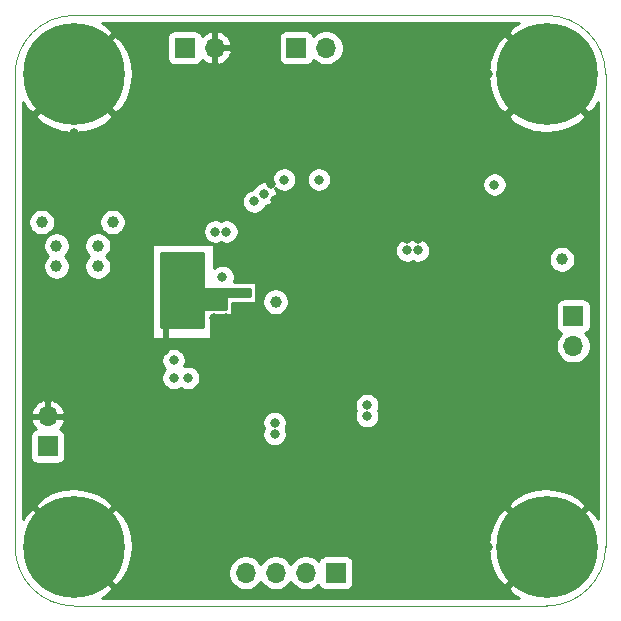
<source format=gbr>
%TF.GenerationSoftware,KiCad,Pcbnew,(5.1.7)-1*%
%TF.CreationDate,2020-10-04T21:35:04-05:00*%
%TF.ProjectId,STM32F4_Breakout,53544d33-3246-4345-9f42-7265616b6f75,rev?*%
%TF.SameCoordinates,Original*%
%TF.FileFunction,Copper,L2,Inr*%
%TF.FilePolarity,Positive*%
%FSLAX46Y46*%
G04 Gerber Fmt 4.6, Leading zero omitted, Abs format (unit mm)*
G04 Created by KiCad (PCBNEW (5.1.7)-1) date 2020-10-04 21:35:04*
%MOMM*%
%LPD*%
G01*
G04 APERTURE LIST*
%TA.AperFunction,Profile*%
%ADD10C,0.050000*%
%TD*%
%TA.AperFunction,ComponentPad*%
%ADD11C,0.900000*%
%TD*%
%TA.AperFunction,ComponentPad*%
%ADD12C,8.600000*%
%TD*%
%TA.AperFunction,ComponentPad*%
%ADD13O,1.700000X1.700000*%
%TD*%
%TA.AperFunction,ComponentPad*%
%ADD14R,1.700000X1.700000*%
%TD*%
%TA.AperFunction,ViaPad*%
%ADD15C,0.800000*%
%TD*%
%TA.AperFunction,ViaPad*%
%ADD16C,1.000000*%
%TD*%
%TA.AperFunction,Conductor*%
%ADD17C,0.500000*%
%TD*%
%TA.AperFunction,Conductor*%
%ADD18C,0.254000*%
%TD*%
%TA.AperFunction,Conductor*%
%ADD19C,0.350000*%
%TD*%
G04 APERTURE END LIST*
D10*
X70000000Y-65000000D02*
G75*
G02*
X65000000Y-70000000I-5000000J0D01*
G01*
X25000000Y-70000000D02*
G75*
G02*
X20000000Y-65000000I0J5000000D01*
G01*
X20000000Y-25000000D02*
G75*
G02*
X25000000Y-20000000I5000000J0D01*
G01*
X65000000Y-20000000D02*
G75*
G02*
X70000000Y-25000000I0J-5000000D01*
G01*
X20000000Y-65000000D02*
X20000000Y-25000000D01*
X65000000Y-70000000D02*
X25000000Y-70000000D01*
X70000000Y-25000000D02*
X70000000Y-65000000D01*
X25000000Y-20000000D02*
X65000000Y-20000000D01*
D11*
%TO.N,GND*%
%TO.C,H1*%
X27280419Y-22719581D03*
X25000000Y-21775000D03*
X22719581Y-22719581D03*
X21775000Y-25000000D03*
X22719581Y-27280419D03*
X25000000Y-28225000D03*
X27280419Y-27280419D03*
X28225000Y-25000000D03*
D12*
X25000000Y-25000000D03*
%TD*%
%TO.N,GND*%
%TO.C,H2*%
X65000000Y-25000000D03*
D11*
X68225000Y-25000000D03*
X67280419Y-27280419D03*
X65000000Y-28225000D03*
X62719581Y-27280419D03*
X61775000Y-25000000D03*
X62719581Y-22719581D03*
X65000000Y-21775000D03*
X67280419Y-22719581D03*
%TD*%
%TO.N,GND*%
%TO.C,H3*%
X67280419Y-62719581D03*
X65000000Y-61775000D03*
X62719581Y-62719581D03*
X61775000Y-65000000D03*
X62719581Y-67280419D03*
X65000000Y-68225000D03*
X67280419Y-67280419D03*
X68225000Y-65000000D03*
D12*
X65000000Y-65000000D03*
%TD*%
%TO.N,GND*%
%TO.C,H4*%
X25000000Y-65000000D03*
D11*
X28225000Y-65000000D03*
X27280419Y-67280419D03*
X25000000Y-68225000D03*
X22719581Y-67280419D03*
X21775000Y-65000000D03*
X22719581Y-62719581D03*
X25000000Y-61775000D03*
X27280419Y-62719581D03*
%TD*%
D13*
%TO.N,GND*%
%TO.C,J1*%
X22750000Y-53960000D03*
D14*
%TO.N,VCC*%
X22750000Y-56500000D03*
%TD*%
D13*
%TO.N,USART1_TX*%
%TO.C,J2*%
X67250000Y-47990000D03*
D14*
%TO.N,USART1_RX*%
X67250000Y-45450000D03*
%TD*%
%TO.N,+3V3*%
%TO.C,J3*%
X34350000Y-22750000D03*
D13*
%TO.N,GND*%
X36890000Y-22750000D03*
%TD*%
D14*
%TO.N,I2C1_SDA*%
%TO.C,J5*%
X43800000Y-22750000D03*
D13*
%TO.N,I2C1_SCL*%
X46340000Y-22750000D03*
%TD*%
D14*
%TO.N,SPI1_MOSI*%
%TO.C,J6*%
X47150000Y-67200000D03*
D13*
%TO.N,SPI1_MISO*%
X44610000Y-67200000D03*
%TO.N,SPI1_SCK*%
X42070000Y-67200000D03*
%TO.N,SPI1_CS*%
X39530000Y-67200000D03*
%TD*%
D15*
%TO.N,GND*%
X35600000Y-40600000D03*
X32800000Y-46000000D03*
D16*
X21500000Y-46250000D03*
X21500000Y-48250000D03*
X23250000Y-48250000D03*
X21500000Y-50250000D03*
X23250000Y-50250000D03*
D15*
X42000000Y-35600000D03*
X37900000Y-36700000D03*
X53200000Y-38900000D03*
X54100000Y-38900000D03*
X55400000Y-41300000D03*
X53400000Y-51800000D03*
X51800000Y-50900000D03*
X51800000Y-52000000D03*
X48200000Y-55400000D03*
X46700000Y-54400000D03*
X40000000Y-53500000D03*
X40000000Y-52400000D03*
X37875000Y-45600000D03*
X36850000Y-45600000D03*
D16*
X30000000Y-40650000D03*
X30000000Y-39425000D03*
D15*
X31750000Y-34100000D03*
X48200000Y-56325000D03*
X38475000Y-40225000D03*
X41700000Y-34250000D03*
X37900000Y-35700000D03*
X50000000Y-22500000D03*
X55000000Y-22500000D03*
X60000000Y-22500000D03*
X60000000Y-25000000D03*
X55000000Y-25000000D03*
X50000000Y-25000000D03*
X50000000Y-27500000D03*
X55000000Y-27500000D03*
X60000000Y-27500000D03*
X60000000Y-30000000D03*
X55000000Y-30000000D03*
X50000000Y-30000000D03*
X40000000Y-27500000D03*
X40000000Y-25000000D03*
X40000000Y-22500000D03*
X35000000Y-32500000D03*
X40000000Y-32500000D03*
X35000000Y-35000000D03*
X35000000Y-37500000D03*
X32500000Y-37500000D03*
X22500000Y-35000000D03*
X30000000Y-32500000D03*
X50000000Y-32500000D03*
X50000000Y-35000000D03*
X55000000Y-35000000D03*
X55000000Y-32500000D03*
X60000000Y-32500000D03*
X40000000Y-30000000D03*
X55000000Y-52500000D03*
X55000000Y-60000000D03*
X55000000Y-62500000D03*
X55000000Y-65000000D03*
X55000000Y-67500000D03*
X60000000Y-60000000D03*
X60000000Y-62500000D03*
X60000000Y-65000000D03*
X60000000Y-67500000D03*
X50000000Y-67500000D03*
X50000000Y-65000000D03*
X50000000Y-62500000D03*
X50000000Y-60000000D03*
X60000000Y-52500000D03*
X60000000Y-47500000D03*
X65000000Y-52500000D03*
X65000000Y-55000000D03*
X65000000Y-57500000D03*
X60000000Y-50000000D03*
X37500000Y-60000000D03*
X32500000Y-60000000D03*
X32500000Y-57500000D03*
X37500000Y-57500000D03*
X37500000Y-55000000D03*
X32500000Y-55000000D03*
X32500000Y-65000000D03*
X32500000Y-62500000D03*
X37500000Y-62500000D03*
X37500000Y-65000000D03*
X32500000Y-67500000D03*
X32500000Y-52500000D03*
X37500000Y-52500000D03*
X35000000Y-30000000D03*
X30000000Y-30000000D03*
X25000000Y-30000000D03*
X22500000Y-30000000D03*
D16*
%TO.N,+3V3*%
X27000000Y-39500000D03*
X23500000Y-39500000D03*
X27000000Y-41250000D03*
X23500000Y-41250000D03*
X22250000Y-37500000D03*
X28250000Y-37500000D03*
D15*
X41975000Y-54500000D03*
X40250000Y-35750000D03*
X41100000Y-35100000D03*
X37900000Y-38300000D03*
X41975000Y-55450000D03*
X49800000Y-53000000D03*
X49800000Y-53925000D03*
X33425000Y-49200000D03*
X33425000Y-50700000D03*
X34625000Y-50700000D03*
X42775000Y-33900000D03*
X45725000Y-33900000D03*
X53200000Y-39900000D03*
X54100000Y-39900000D03*
X36950000Y-38300000D03*
X37550000Y-42150000D03*
X60575000Y-34325000D03*
D16*
%TO.N,NRST*%
X42050000Y-44250000D03*
X66300000Y-40650000D03*
%TD*%
D17*
%TO.N,GND*%
X32800000Y-46000000D02*
X32800000Y-48500000D01*
%TD*%
D18*
%TO.N,GND*%
X35873000Y-43050000D02*
X35875440Y-43074776D01*
X35882667Y-43098601D01*
X35894403Y-43120557D01*
X35910197Y-43139803D01*
X35929443Y-43155597D01*
X35951399Y-43167333D01*
X35975224Y-43174560D01*
X36000000Y-43177000D01*
X37407842Y-43177000D01*
X37448061Y-43185000D01*
X37651939Y-43185000D01*
X37692158Y-43177000D01*
X39873000Y-43177000D01*
X39873000Y-43773000D01*
X38000000Y-43773000D01*
X37975224Y-43775440D01*
X37951399Y-43782667D01*
X37929443Y-43794403D01*
X37910197Y-43810197D01*
X37894403Y-43829443D01*
X37882667Y-43851399D01*
X37875440Y-43875224D01*
X37873000Y-43900000D01*
X37873000Y-44873000D01*
X36000000Y-44873000D01*
X35975224Y-44875440D01*
X35951399Y-44882667D01*
X35929443Y-44894403D01*
X35910197Y-44910197D01*
X35894403Y-44929443D01*
X35882667Y-44951399D01*
X35875440Y-44975224D01*
X35873000Y-45000000D01*
X35873000Y-46373000D01*
X32377000Y-46373000D01*
X32377000Y-40127000D01*
X35873000Y-40127000D01*
X35873000Y-43050000D01*
%TA.AperFunction,Conductor*%
D19*
G36*
X35873000Y-43050000D02*
G01*
X35875440Y-43074776D01*
X35882667Y-43098601D01*
X35894403Y-43120557D01*
X35910197Y-43139803D01*
X35929443Y-43155597D01*
X35951399Y-43167333D01*
X35975224Y-43174560D01*
X36000000Y-43177000D01*
X37407842Y-43177000D01*
X37448061Y-43185000D01*
X37651939Y-43185000D01*
X37692158Y-43177000D01*
X39873000Y-43177000D01*
X39873000Y-43773000D01*
X38000000Y-43773000D01*
X37975224Y-43775440D01*
X37951399Y-43782667D01*
X37929443Y-43794403D01*
X37910197Y-43810197D01*
X37894403Y-43829443D01*
X37882667Y-43851399D01*
X37875440Y-43875224D01*
X37873000Y-43900000D01*
X37873000Y-44873000D01*
X36000000Y-44873000D01*
X35975224Y-44875440D01*
X35951399Y-44882667D01*
X35929443Y-44894403D01*
X35910197Y-44910197D01*
X35894403Y-44929443D01*
X35882667Y-44951399D01*
X35875440Y-44975224D01*
X35873000Y-45000000D01*
X35873000Y-46373000D01*
X32377000Y-46373000D01*
X32377000Y-40127000D01*
X35873000Y-40127000D01*
X35873000Y-43050000D01*
G37*
%TD.AperFunction*%
%TD*%
D18*
%TO.N,GND*%
X62301560Y-20839606D02*
X62188946Y-20914851D01*
X61696787Y-21517182D01*
X65000000Y-24820395D01*
X65014143Y-24806253D01*
X65193748Y-24985858D01*
X65179605Y-25000000D01*
X68482818Y-28303213D01*
X69085149Y-27811054D01*
X69340000Y-27349534D01*
X69340001Y-62648909D01*
X69160394Y-62301560D01*
X69085149Y-62188946D01*
X68482818Y-61696787D01*
X65179605Y-65000000D01*
X65193748Y-65014143D01*
X65014143Y-65193748D01*
X65000000Y-65179605D01*
X61696787Y-68482818D01*
X62188946Y-69085149D01*
X62650466Y-69340000D01*
X27351093Y-69340000D01*
X27698440Y-69160394D01*
X27811054Y-69085149D01*
X28303213Y-68482818D01*
X25000000Y-65179605D01*
X24985858Y-65193748D01*
X24806253Y-65014143D01*
X24820395Y-65000000D01*
X25179605Y-65000000D01*
X28482818Y-68303213D01*
X29085149Y-67811054D01*
X29503336Y-67053740D01*
X38045000Y-67053740D01*
X38045000Y-67346260D01*
X38102068Y-67633158D01*
X38214010Y-67903411D01*
X38376525Y-68146632D01*
X38583368Y-68353475D01*
X38826589Y-68515990D01*
X39096842Y-68627932D01*
X39383740Y-68685000D01*
X39676260Y-68685000D01*
X39963158Y-68627932D01*
X40233411Y-68515990D01*
X40476632Y-68353475D01*
X40683475Y-68146632D01*
X40800000Y-67972240D01*
X40916525Y-68146632D01*
X41123368Y-68353475D01*
X41366589Y-68515990D01*
X41636842Y-68627932D01*
X41923740Y-68685000D01*
X42216260Y-68685000D01*
X42503158Y-68627932D01*
X42773411Y-68515990D01*
X43016632Y-68353475D01*
X43223475Y-68146632D01*
X43340000Y-67972240D01*
X43456525Y-68146632D01*
X43663368Y-68353475D01*
X43906589Y-68515990D01*
X44176842Y-68627932D01*
X44463740Y-68685000D01*
X44756260Y-68685000D01*
X45043158Y-68627932D01*
X45313411Y-68515990D01*
X45556632Y-68353475D01*
X45688487Y-68221620D01*
X45710498Y-68294180D01*
X45769463Y-68404494D01*
X45848815Y-68501185D01*
X45945506Y-68580537D01*
X46055820Y-68639502D01*
X46175518Y-68675812D01*
X46300000Y-68688072D01*
X48000000Y-68688072D01*
X48124482Y-68675812D01*
X48244180Y-68639502D01*
X48354494Y-68580537D01*
X48451185Y-68501185D01*
X48530537Y-68404494D01*
X48589502Y-68294180D01*
X48625812Y-68174482D01*
X48638072Y-68050000D01*
X48638072Y-66350000D01*
X48625812Y-66225518D01*
X48589502Y-66105820D01*
X48530537Y-65995506D01*
X48451185Y-65898815D01*
X48354494Y-65819463D01*
X48244180Y-65760498D01*
X48124482Y-65724188D01*
X48000000Y-65711928D01*
X46300000Y-65711928D01*
X46175518Y-65724188D01*
X46055820Y-65760498D01*
X45945506Y-65819463D01*
X45848815Y-65898815D01*
X45769463Y-65995506D01*
X45710498Y-66105820D01*
X45688487Y-66178380D01*
X45556632Y-66046525D01*
X45313411Y-65884010D01*
X45043158Y-65772068D01*
X44756260Y-65715000D01*
X44463740Y-65715000D01*
X44176842Y-65772068D01*
X43906589Y-65884010D01*
X43663368Y-66046525D01*
X43456525Y-66253368D01*
X43340000Y-66427760D01*
X43223475Y-66253368D01*
X43016632Y-66046525D01*
X42773411Y-65884010D01*
X42503158Y-65772068D01*
X42216260Y-65715000D01*
X41923740Y-65715000D01*
X41636842Y-65772068D01*
X41366589Y-65884010D01*
X41123368Y-66046525D01*
X40916525Y-66253368D01*
X40800000Y-66427760D01*
X40683475Y-66253368D01*
X40476632Y-66046525D01*
X40233411Y-65884010D01*
X39963158Y-65772068D01*
X39676260Y-65715000D01*
X39383740Y-65715000D01*
X39096842Y-65772068D01*
X38826589Y-65884010D01*
X38583368Y-66046525D01*
X38376525Y-66253368D01*
X38214010Y-66496589D01*
X38102068Y-66766842D01*
X38045000Y-67053740D01*
X29503336Y-67053740D01*
X29555063Y-66960067D01*
X29849929Y-66033757D01*
X29958414Y-65067719D01*
X29946940Y-64932281D01*
X60041586Y-64932281D01*
X60123649Y-65900921D01*
X60393107Y-66834938D01*
X60839606Y-67698440D01*
X60914851Y-67811054D01*
X61517182Y-68303213D01*
X64820395Y-65000000D01*
X61517182Y-61696787D01*
X60914851Y-62188946D01*
X60444937Y-63039933D01*
X60150071Y-63966243D01*
X60041586Y-64932281D01*
X29946940Y-64932281D01*
X29876351Y-64099079D01*
X29606893Y-63165062D01*
X29160394Y-62301560D01*
X29085149Y-62188946D01*
X28482818Y-61696787D01*
X25179605Y-65000000D01*
X24820395Y-65000000D01*
X21517182Y-61696787D01*
X20914851Y-62188946D01*
X20660000Y-62650466D01*
X20660000Y-61517182D01*
X21696787Y-61517182D01*
X25000000Y-64820395D01*
X28303213Y-61517182D01*
X61696787Y-61517182D01*
X65000000Y-64820395D01*
X68303213Y-61517182D01*
X67811054Y-60914851D01*
X66960067Y-60444937D01*
X66033757Y-60150071D01*
X65067719Y-60041586D01*
X64099079Y-60123649D01*
X63165062Y-60393107D01*
X62301560Y-60839606D01*
X62188946Y-60914851D01*
X61696787Y-61517182D01*
X28303213Y-61517182D01*
X27811054Y-60914851D01*
X26960067Y-60444937D01*
X26033757Y-60150071D01*
X25067719Y-60041586D01*
X24099079Y-60123649D01*
X23165062Y-60393107D01*
X22301560Y-60839606D01*
X22188946Y-60914851D01*
X21696787Y-61517182D01*
X20660000Y-61517182D01*
X20660000Y-55650000D01*
X21261928Y-55650000D01*
X21261928Y-57350000D01*
X21274188Y-57474482D01*
X21310498Y-57594180D01*
X21369463Y-57704494D01*
X21448815Y-57801185D01*
X21545506Y-57880537D01*
X21655820Y-57939502D01*
X21775518Y-57975812D01*
X21900000Y-57988072D01*
X23600000Y-57988072D01*
X23724482Y-57975812D01*
X23844180Y-57939502D01*
X23954494Y-57880537D01*
X24051185Y-57801185D01*
X24130537Y-57704494D01*
X24189502Y-57594180D01*
X24225812Y-57474482D01*
X24238072Y-57350000D01*
X24238072Y-55650000D01*
X24225812Y-55525518D01*
X24189502Y-55405820D01*
X24130537Y-55295506D01*
X24051185Y-55198815D01*
X23954494Y-55119463D01*
X23844180Y-55060498D01*
X23763534Y-55036034D01*
X23847588Y-54960269D01*
X24021641Y-54726920D01*
X24146825Y-54464099D01*
X24166855Y-54398061D01*
X40940000Y-54398061D01*
X40940000Y-54601939D01*
X40979774Y-54801898D01*
X41051476Y-54975000D01*
X40979774Y-55148102D01*
X40940000Y-55348061D01*
X40940000Y-55551939D01*
X40979774Y-55751898D01*
X41057795Y-55940256D01*
X41171063Y-56109774D01*
X41315226Y-56253937D01*
X41484744Y-56367205D01*
X41673102Y-56445226D01*
X41873061Y-56485000D01*
X42076939Y-56485000D01*
X42276898Y-56445226D01*
X42465256Y-56367205D01*
X42634774Y-56253937D01*
X42778937Y-56109774D01*
X42892205Y-55940256D01*
X42970226Y-55751898D01*
X43010000Y-55551939D01*
X43010000Y-55348061D01*
X42970226Y-55148102D01*
X42898524Y-54975000D01*
X42970226Y-54801898D01*
X43010000Y-54601939D01*
X43010000Y-54398061D01*
X42970226Y-54198102D01*
X42892205Y-54009744D01*
X42778937Y-53840226D01*
X42634774Y-53696063D01*
X42465256Y-53582795D01*
X42276898Y-53504774D01*
X42076939Y-53465000D01*
X41873061Y-53465000D01*
X41673102Y-53504774D01*
X41484744Y-53582795D01*
X41315226Y-53696063D01*
X41171063Y-53840226D01*
X41057795Y-54009744D01*
X40979774Y-54198102D01*
X40940000Y-54398061D01*
X24166855Y-54398061D01*
X24191476Y-54316890D01*
X24070155Y-54087000D01*
X22877000Y-54087000D01*
X22877000Y-54107000D01*
X22623000Y-54107000D01*
X22623000Y-54087000D01*
X21429845Y-54087000D01*
X21308524Y-54316890D01*
X21353175Y-54464099D01*
X21478359Y-54726920D01*
X21652412Y-54960269D01*
X21736466Y-55036034D01*
X21655820Y-55060498D01*
X21545506Y-55119463D01*
X21448815Y-55198815D01*
X21369463Y-55295506D01*
X21310498Y-55405820D01*
X21274188Y-55525518D01*
X21261928Y-55650000D01*
X20660000Y-55650000D01*
X20660000Y-53603110D01*
X21308524Y-53603110D01*
X21429845Y-53833000D01*
X22623000Y-53833000D01*
X22623000Y-52639186D01*
X22877000Y-52639186D01*
X22877000Y-53833000D01*
X24070155Y-53833000D01*
X24191476Y-53603110D01*
X24146825Y-53455901D01*
X24021641Y-53193080D01*
X23847588Y-52959731D01*
X23779171Y-52898061D01*
X48765000Y-52898061D01*
X48765000Y-53101939D01*
X48804774Y-53301898D01*
X48871298Y-53462500D01*
X48804774Y-53623102D01*
X48765000Y-53823061D01*
X48765000Y-54026939D01*
X48804774Y-54226898D01*
X48882795Y-54415256D01*
X48996063Y-54584774D01*
X49140226Y-54728937D01*
X49309744Y-54842205D01*
X49498102Y-54920226D01*
X49698061Y-54960000D01*
X49901939Y-54960000D01*
X50101898Y-54920226D01*
X50290256Y-54842205D01*
X50459774Y-54728937D01*
X50603937Y-54584774D01*
X50717205Y-54415256D01*
X50795226Y-54226898D01*
X50835000Y-54026939D01*
X50835000Y-53823061D01*
X50795226Y-53623102D01*
X50728702Y-53462500D01*
X50795226Y-53301898D01*
X50835000Y-53101939D01*
X50835000Y-52898061D01*
X50795226Y-52698102D01*
X50717205Y-52509744D01*
X50603937Y-52340226D01*
X50459774Y-52196063D01*
X50290256Y-52082795D01*
X50101898Y-52004774D01*
X49901939Y-51965000D01*
X49698061Y-51965000D01*
X49498102Y-52004774D01*
X49309744Y-52082795D01*
X49140226Y-52196063D01*
X48996063Y-52340226D01*
X48882795Y-52509744D01*
X48804774Y-52698102D01*
X48765000Y-52898061D01*
X23779171Y-52898061D01*
X23631355Y-52764822D01*
X23381252Y-52615843D01*
X23106891Y-52518519D01*
X22877000Y-52639186D01*
X22623000Y-52639186D01*
X22393109Y-52518519D01*
X22118748Y-52615843D01*
X21868645Y-52764822D01*
X21652412Y-52959731D01*
X21478359Y-53193080D01*
X21353175Y-53455901D01*
X21308524Y-53603110D01*
X20660000Y-53603110D01*
X20660000Y-49098061D01*
X32390000Y-49098061D01*
X32390000Y-49301939D01*
X32429774Y-49501898D01*
X32507795Y-49690256D01*
X32621063Y-49859774D01*
X32711289Y-49950000D01*
X32621063Y-50040226D01*
X32507795Y-50209744D01*
X32429774Y-50398102D01*
X32390000Y-50598061D01*
X32390000Y-50801939D01*
X32429774Y-51001898D01*
X32507795Y-51190256D01*
X32621063Y-51359774D01*
X32765226Y-51503937D01*
X32934744Y-51617205D01*
X33123102Y-51695226D01*
X33323061Y-51735000D01*
X33526939Y-51735000D01*
X33726898Y-51695226D01*
X33915256Y-51617205D01*
X34025000Y-51543877D01*
X34134744Y-51617205D01*
X34323102Y-51695226D01*
X34523061Y-51735000D01*
X34726939Y-51735000D01*
X34926898Y-51695226D01*
X35115256Y-51617205D01*
X35284774Y-51503937D01*
X35428937Y-51359774D01*
X35542205Y-51190256D01*
X35620226Y-51001898D01*
X35660000Y-50801939D01*
X35660000Y-50598061D01*
X35620226Y-50398102D01*
X35542205Y-50209744D01*
X35428937Y-50040226D01*
X35284774Y-49896063D01*
X35115256Y-49782795D01*
X34926898Y-49704774D01*
X34726939Y-49665000D01*
X34523061Y-49665000D01*
X34333946Y-49702617D01*
X34342205Y-49690256D01*
X34420226Y-49501898D01*
X34460000Y-49301939D01*
X34460000Y-49098061D01*
X34420226Y-48898102D01*
X34342205Y-48709744D01*
X34228937Y-48540226D01*
X34084774Y-48396063D01*
X33915256Y-48282795D01*
X33726898Y-48204774D01*
X33526939Y-48165000D01*
X33323061Y-48165000D01*
X33123102Y-48204774D01*
X32934744Y-48282795D01*
X32765226Y-48396063D01*
X32621063Y-48540226D01*
X32507795Y-48709744D01*
X32429774Y-48898102D01*
X32390000Y-49098061D01*
X20660000Y-49098061D01*
X20660000Y-39388212D01*
X22365000Y-39388212D01*
X22365000Y-39611788D01*
X22408617Y-39831067D01*
X22494176Y-40037624D01*
X22618388Y-40223520D01*
X22769868Y-40375000D01*
X22618388Y-40526480D01*
X22494176Y-40712376D01*
X22408617Y-40918933D01*
X22365000Y-41138212D01*
X22365000Y-41361788D01*
X22408617Y-41581067D01*
X22494176Y-41787624D01*
X22618388Y-41973520D01*
X22776480Y-42131612D01*
X22962376Y-42255824D01*
X23168933Y-42341383D01*
X23388212Y-42385000D01*
X23611788Y-42385000D01*
X23831067Y-42341383D01*
X24037624Y-42255824D01*
X24223520Y-42131612D01*
X24381612Y-41973520D01*
X24505824Y-41787624D01*
X24591383Y-41581067D01*
X24635000Y-41361788D01*
X24635000Y-41138212D01*
X24591383Y-40918933D01*
X24505824Y-40712376D01*
X24381612Y-40526480D01*
X24230132Y-40375000D01*
X24381612Y-40223520D01*
X24505824Y-40037624D01*
X24591383Y-39831067D01*
X24635000Y-39611788D01*
X24635000Y-39388212D01*
X25865000Y-39388212D01*
X25865000Y-39611788D01*
X25908617Y-39831067D01*
X25994176Y-40037624D01*
X26118388Y-40223520D01*
X26269868Y-40375000D01*
X26118388Y-40526480D01*
X25994176Y-40712376D01*
X25908617Y-40918933D01*
X25865000Y-41138212D01*
X25865000Y-41361788D01*
X25908617Y-41581067D01*
X25994176Y-41787624D01*
X26118388Y-41973520D01*
X26276480Y-42131612D01*
X26462376Y-42255824D01*
X26668933Y-42341383D01*
X26888212Y-42385000D01*
X27111788Y-42385000D01*
X27331067Y-42341383D01*
X27537624Y-42255824D01*
X27723520Y-42131612D01*
X27881612Y-41973520D01*
X28005824Y-41787624D01*
X28091383Y-41581067D01*
X28135000Y-41361788D01*
X28135000Y-41138212D01*
X28091383Y-40918933D01*
X28005824Y-40712376D01*
X27881612Y-40526480D01*
X27730132Y-40375000D01*
X27881612Y-40223520D01*
X28005824Y-40037624D01*
X28091383Y-39831067D01*
X28135000Y-39611788D01*
X28135000Y-39500000D01*
X31623000Y-39500000D01*
X31623000Y-47250000D01*
X31625440Y-47274776D01*
X31632667Y-47298601D01*
X31644403Y-47320557D01*
X31660197Y-47339803D01*
X31679443Y-47355597D01*
X31701399Y-47367333D01*
X31725224Y-47374560D01*
X31750000Y-47377000D01*
X36500000Y-47377000D01*
X36524776Y-47374560D01*
X36548601Y-47367333D01*
X36570557Y-47355597D01*
X36589803Y-47339803D01*
X36605597Y-47320557D01*
X36617333Y-47298601D01*
X36624560Y-47274776D01*
X36627000Y-47250000D01*
X36627000Y-45377000D01*
X38250000Y-45377000D01*
X38274776Y-45374560D01*
X38298601Y-45367333D01*
X38320557Y-45355597D01*
X38339803Y-45339803D01*
X38355597Y-45320557D01*
X38367333Y-45298601D01*
X38374560Y-45274776D01*
X38377000Y-45250000D01*
X38377000Y-44377000D01*
X40250000Y-44377000D01*
X40274776Y-44374560D01*
X40298601Y-44367333D01*
X40320557Y-44355597D01*
X40339803Y-44339803D01*
X40355597Y-44320557D01*
X40367333Y-44298601D01*
X40374560Y-44274776D01*
X40377000Y-44250000D01*
X40377000Y-44138212D01*
X40915000Y-44138212D01*
X40915000Y-44361788D01*
X40958617Y-44581067D01*
X41044176Y-44787624D01*
X41168388Y-44973520D01*
X41326480Y-45131612D01*
X41512376Y-45255824D01*
X41718933Y-45341383D01*
X41938212Y-45385000D01*
X42161788Y-45385000D01*
X42381067Y-45341383D01*
X42587624Y-45255824D01*
X42773520Y-45131612D01*
X42931612Y-44973520D01*
X43055824Y-44787624D01*
X43133540Y-44600000D01*
X65761928Y-44600000D01*
X65761928Y-46300000D01*
X65774188Y-46424482D01*
X65810498Y-46544180D01*
X65869463Y-46654494D01*
X65948815Y-46751185D01*
X66045506Y-46830537D01*
X66155820Y-46889502D01*
X66228380Y-46911513D01*
X66096525Y-47043368D01*
X65934010Y-47286589D01*
X65822068Y-47556842D01*
X65765000Y-47843740D01*
X65765000Y-48136260D01*
X65822068Y-48423158D01*
X65934010Y-48693411D01*
X66096525Y-48936632D01*
X66303368Y-49143475D01*
X66546589Y-49305990D01*
X66816842Y-49417932D01*
X67103740Y-49475000D01*
X67396260Y-49475000D01*
X67683158Y-49417932D01*
X67953411Y-49305990D01*
X68196632Y-49143475D01*
X68403475Y-48936632D01*
X68565990Y-48693411D01*
X68677932Y-48423158D01*
X68735000Y-48136260D01*
X68735000Y-47843740D01*
X68677932Y-47556842D01*
X68565990Y-47286589D01*
X68403475Y-47043368D01*
X68271620Y-46911513D01*
X68344180Y-46889502D01*
X68454494Y-46830537D01*
X68551185Y-46751185D01*
X68630537Y-46654494D01*
X68689502Y-46544180D01*
X68725812Y-46424482D01*
X68738072Y-46300000D01*
X68738072Y-44600000D01*
X68725812Y-44475518D01*
X68689502Y-44355820D01*
X68630537Y-44245506D01*
X68551185Y-44148815D01*
X68454494Y-44069463D01*
X68344180Y-44010498D01*
X68224482Y-43974188D01*
X68100000Y-43961928D01*
X66400000Y-43961928D01*
X66275518Y-43974188D01*
X66155820Y-44010498D01*
X66045506Y-44069463D01*
X65948815Y-44148815D01*
X65869463Y-44245506D01*
X65810498Y-44355820D01*
X65774188Y-44475518D01*
X65761928Y-44600000D01*
X43133540Y-44600000D01*
X43141383Y-44581067D01*
X43185000Y-44361788D01*
X43185000Y-44138212D01*
X43141383Y-43918933D01*
X43055824Y-43712376D01*
X42931612Y-43526480D01*
X42773520Y-43368388D01*
X42587624Y-43244176D01*
X42381067Y-43158617D01*
X42161788Y-43115000D01*
X41938212Y-43115000D01*
X41718933Y-43158617D01*
X41512376Y-43244176D01*
X41326480Y-43368388D01*
X41168388Y-43526480D01*
X41044176Y-43712376D01*
X40958617Y-43918933D01*
X40915000Y-44138212D01*
X40377000Y-44138212D01*
X40377000Y-42700000D01*
X40374560Y-42675224D01*
X40367333Y-42651399D01*
X40355597Y-42629443D01*
X40339803Y-42610197D01*
X40320557Y-42594403D01*
X40298601Y-42582667D01*
X40274776Y-42575440D01*
X40250000Y-42573000D01*
X38495064Y-42573000D01*
X38545226Y-42451898D01*
X38585000Y-42251939D01*
X38585000Y-42048061D01*
X38545226Y-41848102D01*
X38467205Y-41659744D01*
X38353937Y-41490226D01*
X38209774Y-41346063D01*
X38040256Y-41232795D01*
X37851898Y-41154774D01*
X37651939Y-41115000D01*
X37448061Y-41115000D01*
X37248102Y-41154774D01*
X37059744Y-41232795D01*
X36890226Y-41346063D01*
X36877000Y-41359289D01*
X36877000Y-39798061D01*
X52165000Y-39798061D01*
X52165000Y-40001939D01*
X52204774Y-40201898D01*
X52282795Y-40390256D01*
X52396063Y-40559774D01*
X52540226Y-40703937D01*
X52709744Y-40817205D01*
X52898102Y-40895226D01*
X53098061Y-40935000D01*
X53301939Y-40935000D01*
X53501898Y-40895226D01*
X53650000Y-40833880D01*
X53798102Y-40895226D01*
X53998061Y-40935000D01*
X54201939Y-40935000D01*
X54401898Y-40895226D01*
X54590256Y-40817205D01*
X54759774Y-40703937D01*
X54903937Y-40559774D01*
X54918344Y-40538212D01*
X65165000Y-40538212D01*
X65165000Y-40761788D01*
X65208617Y-40981067D01*
X65294176Y-41187624D01*
X65418388Y-41373520D01*
X65576480Y-41531612D01*
X65762376Y-41655824D01*
X65968933Y-41741383D01*
X66188212Y-41785000D01*
X66411788Y-41785000D01*
X66631067Y-41741383D01*
X66837624Y-41655824D01*
X67023520Y-41531612D01*
X67181612Y-41373520D01*
X67305824Y-41187624D01*
X67391383Y-40981067D01*
X67435000Y-40761788D01*
X67435000Y-40538212D01*
X67391383Y-40318933D01*
X67305824Y-40112376D01*
X67181612Y-39926480D01*
X67023520Y-39768388D01*
X66837624Y-39644176D01*
X66631067Y-39558617D01*
X66411788Y-39515000D01*
X66188212Y-39515000D01*
X65968933Y-39558617D01*
X65762376Y-39644176D01*
X65576480Y-39768388D01*
X65418388Y-39926480D01*
X65294176Y-40112376D01*
X65208617Y-40318933D01*
X65165000Y-40538212D01*
X54918344Y-40538212D01*
X55017205Y-40390256D01*
X55095226Y-40201898D01*
X55135000Y-40001939D01*
X55135000Y-39798061D01*
X55095226Y-39598102D01*
X55017205Y-39409744D01*
X54903937Y-39240226D01*
X54759774Y-39096063D01*
X54590256Y-38982795D01*
X54401898Y-38904774D01*
X54201939Y-38865000D01*
X53998061Y-38865000D01*
X53798102Y-38904774D01*
X53650000Y-38966120D01*
X53501898Y-38904774D01*
X53301939Y-38865000D01*
X53098061Y-38865000D01*
X52898102Y-38904774D01*
X52709744Y-38982795D01*
X52540226Y-39096063D01*
X52396063Y-39240226D01*
X52282795Y-39409744D01*
X52204774Y-39598102D01*
X52165000Y-39798061D01*
X36877000Y-39798061D01*
X36877000Y-39500000D01*
X36874560Y-39475224D01*
X36867333Y-39451399D01*
X36855597Y-39429443D01*
X36839803Y-39410197D01*
X36820557Y-39394403D01*
X36798601Y-39382667D01*
X36774776Y-39375440D01*
X36750000Y-39373000D01*
X31750000Y-39373000D01*
X31725224Y-39375440D01*
X31701399Y-39382667D01*
X31679443Y-39394403D01*
X31660197Y-39410197D01*
X31644403Y-39429443D01*
X31632667Y-39451399D01*
X31625440Y-39475224D01*
X31623000Y-39500000D01*
X28135000Y-39500000D01*
X28135000Y-39388212D01*
X28091383Y-39168933D01*
X28005824Y-38962376D01*
X27881612Y-38776480D01*
X27723520Y-38618388D01*
X27537624Y-38494176D01*
X27331067Y-38408617D01*
X27111788Y-38365000D01*
X26888212Y-38365000D01*
X26668933Y-38408617D01*
X26462376Y-38494176D01*
X26276480Y-38618388D01*
X26118388Y-38776480D01*
X25994176Y-38962376D01*
X25908617Y-39168933D01*
X25865000Y-39388212D01*
X24635000Y-39388212D01*
X24591383Y-39168933D01*
X24505824Y-38962376D01*
X24381612Y-38776480D01*
X24223520Y-38618388D01*
X24037624Y-38494176D01*
X23831067Y-38408617D01*
X23611788Y-38365000D01*
X23388212Y-38365000D01*
X23168933Y-38408617D01*
X22962376Y-38494176D01*
X22776480Y-38618388D01*
X22618388Y-38776480D01*
X22494176Y-38962376D01*
X22408617Y-39168933D01*
X22365000Y-39388212D01*
X20660000Y-39388212D01*
X20660000Y-37388212D01*
X21115000Y-37388212D01*
X21115000Y-37611788D01*
X21158617Y-37831067D01*
X21244176Y-38037624D01*
X21368388Y-38223520D01*
X21526480Y-38381612D01*
X21712376Y-38505824D01*
X21918933Y-38591383D01*
X22138212Y-38635000D01*
X22361788Y-38635000D01*
X22581067Y-38591383D01*
X22787624Y-38505824D01*
X22973520Y-38381612D01*
X23131612Y-38223520D01*
X23255824Y-38037624D01*
X23341383Y-37831067D01*
X23385000Y-37611788D01*
X23385000Y-37388212D01*
X27115000Y-37388212D01*
X27115000Y-37611788D01*
X27158617Y-37831067D01*
X27244176Y-38037624D01*
X27368388Y-38223520D01*
X27526480Y-38381612D01*
X27712376Y-38505824D01*
X27918933Y-38591383D01*
X28138212Y-38635000D01*
X28361788Y-38635000D01*
X28581067Y-38591383D01*
X28787624Y-38505824D01*
X28973520Y-38381612D01*
X29131612Y-38223520D01*
X29148623Y-38198061D01*
X35915000Y-38198061D01*
X35915000Y-38401939D01*
X35954774Y-38601898D01*
X36032795Y-38790256D01*
X36146063Y-38959774D01*
X36290226Y-39103937D01*
X36459744Y-39217205D01*
X36648102Y-39295226D01*
X36848061Y-39335000D01*
X37051939Y-39335000D01*
X37251898Y-39295226D01*
X37425000Y-39223524D01*
X37598102Y-39295226D01*
X37798061Y-39335000D01*
X38001939Y-39335000D01*
X38201898Y-39295226D01*
X38390256Y-39217205D01*
X38559774Y-39103937D01*
X38703937Y-38959774D01*
X38817205Y-38790256D01*
X38895226Y-38601898D01*
X38935000Y-38401939D01*
X38935000Y-38198061D01*
X38895226Y-37998102D01*
X38817205Y-37809744D01*
X38703937Y-37640226D01*
X38559774Y-37496063D01*
X38390256Y-37382795D01*
X38201898Y-37304774D01*
X38001939Y-37265000D01*
X37798061Y-37265000D01*
X37598102Y-37304774D01*
X37425000Y-37376476D01*
X37251898Y-37304774D01*
X37051939Y-37265000D01*
X36848061Y-37265000D01*
X36648102Y-37304774D01*
X36459744Y-37382795D01*
X36290226Y-37496063D01*
X36146063Y-37640226D01*
X36032795Y-37809744D01*
X35954774Y-37998102D01*
X35915000Y-38198061D01*
X29148623Y-38198061D01*
X29255824Y-38037624D01*
X29341383Y-37831067D01*
X29385000Y-37611788D01*
X29385000Y-37388212D01*
X29341383Y-37168933D01*
X29255824Y-36962376D01*
X29131612Y-36776480D01*
X28973520Y-36618388D01*
X28787624Y-36494176D01*
X28581067Y-36408617D01*
X28361788Y-36365000D01*
X28138212Y-36365000D01*
X27918933Y-36408617D01*
X27712376Y-36494176D01*
X27526480Y-36618388D01*
X27368388Y-36776480D01*
X27244176Y-36962376D01*
X27158617Y-37168933D01*
X27115000Y-37388212D01*
X23385000Y-37388212D01*
X23341383Y-37168933D01*
X23255824Y-36962376D01*
X23131612Y-36776480D01*
X22973520Y-36618388D01*
X22787624Y-36494176D01*
X22581067Y-36408617D01*
X22361788Y-36365000D01*
X22138212Y-36365000D01*
X21918933Y-36408617D01*
X21712376Y-36494176D01*
X21526480Y-36618388D01*
X21368388Y-36776480D01*
X21244176Y-36962376D01*
X21158617Y-37168933D01*
X21115000Y-37388212D01*
X20660000Y-37388212D01*
X20660000Y-35648061D01*
X39215000Y-35648061D01*
X39215000Y-35851939D01*
X39254774Y-36051898D01*
X39332795Y-36240256D01*
X39446063Y-36409774D01*
X39590226Y-36553937D01*
X39759744Y-36667205D01*
X39948102Y-36745226D01*
X40148061Y-36785000D01*
X40351939Y-36785000D01*
X40551898Y-36745226D01*
X40740256Y-36667205D01*
X40909774Y-36553937D01*
X41053937Y-36409774D01*
X41167205Y-36240256D01*
X41211600Y-36133078D01*
X41401898Y-36095226D01*
X41590256Y-36017205D01*
X41759774Y-35903937D01*
X41903937Y-35759774D01*
X42017205Y-35590256D01*
X42095226Y-35401898D01*
X42135000Y-35201939D01*
X42135000Y-34998061D01*
X42095226Y-34798102D01*
X42017205Y-34609744D01*
X42009497Y-34598208D01*
X42115226Y-34703937D01*
X42284744Y-34817205D01*
X42473102Y-34895226D01*
X42673061Y-34935000D01*
X42876939Y-34935000D01*
X43076898Y-34895226D01*
X43265256Y-34817205D01*
X43434774Y-34703937D01*
X43578937Y-34559774D01*
X43692205Y-34390256D01*
X43770226Y-34201898D01*
X43810000Y-34001939D01*
X43810000Y-33798061D01*
X44690000Y-33798061D01*
X44690000Y-34001939D01*
X44729774Y-34201898D01*
X44807795Y-34390256D01*
X44921063Y-34559774D01*
X45065226Y-34703937D01*
X45234744Y-34817205D01*
X45423102Y-34895226D01*
X45623061Y-34935000D01*
X45826939Y-34935000D01*
X46026898Y-34895226D01*
X46215256Y-34817205D01*
X46384774Y-34703937D01*
X46528937Y-34559774D01*
X46642205Y-34390256D01*
X46711459Y-34223061D01*
X59540000Y-34223061D01*
X59540000Y-34426939D01*
X59579774Y-34626898D01*
X59657795Y-34815256D01*
X59771063Y-34984774D01*
X59915226Y-35128937D01*
X60084744Y-35242205D01*
X60273102Y-35320226D01*
X60473061Y-35360000D01*
X60676939Y-35360000D01*
X60876898Y-35320226D01*
X61065256Y-35242205D01*
X61234774Y-35128937D01*
X61378937Y-34984774D01*
X61492205Y-34815256D01*
X61570226Y-34626898D01*
X61610000Y-34426939D01*
X61610000Y-34223061D01*
X61570226Y-34023102D01*
X61492205Y-33834744D01*
X61378937Y-33665226D01*
X61234774Y-33521063D01*
X61065256Y-33407795D01*
X60876898Y-33329774D01*
X60676939Y-33290000D01*
X60473061Y-33290000D01*
X60273102Y-33329774D01*
X60084744Y-33407795D01*
X59915226Y-33521063D01*
X59771063Y-33665226D01*
X59657795Y-33834744D01*
X59579774Y-34023102D01*
X59540000Y-34223061D01*
X46711459Y-34223061D01*
X46720226Y-34201898D01*
X46760000Y-34001939D01*
X46760000Y-33798061D01*
X46720226Y-33598102D01*
X46642205Y-33409744D01*
X46528937Y-33240226D01*
X46384774Y-33096063D01*
X46215256Y-32982795D01*
X46026898Y-32904774D01*
X45826939Y-32865000D01*
X45623061Y-32865000D01*
X45423102Y-32904774D01*
X45234744Y-32982795D01*
X45065226Y-33096063D01*
X44921063Y-33240226D01*
X44807795Y-33409744D01*
X44729774Y-33598102D01*
X44690000Y-33798061D01*
X43810000Y-33798061D01*
X43770226Y-33598102D01*
X43692205Y-33409744D01*
X43578937Y-33240226D01*
X43434774Y-33096063D01*
X43265256Y-32982795D01*
X43076898Y-32904774D01*
X42876939Y-32865000D01*
X42673061Y-32865000D01*
X42473102Y-32904774D01*
X42284744Y-32982795D01*
X42115226Y-33096063D01*
X41971063Y-33240226D01*
X41857795Y-33409744D01*
X41779774Y-33598102D01*
X41740000Y-33798061D01*
X41740000Y-34001939D01*
X41779774Y-34201898D01*
X41857795Y-34390256D01*
X41865503Y-34401792D01*
X41759774Y-34296063D01*
X41590256Y-34182795D01*
X41401898Y-34104774D01*
X41201939Y-34065000D01*
X40998061Y-34065000D01*
X40798102Y-34104774D01*
X40609744Y-34182795D01*
X40440226Y-34296063D01*
X40296063Y-34440226D01*
X40182795Y-34609744D01*
X40138400Y-34716922D01*
X39948102Y-34754774D01*
X39759744Y-34832795D01*
X39590226Y-34946063D01*
X39446063Y-35090226D01*
X39332795Y-35259744D01*
X39254774Y-35448102D01*
X39215000Y-35648061D01*
X20660000Y-35648061D01*
X20660000Y-28482818D01*
X21696787Y-28482818D01*
X22188946Y-29085149D01*
X23039933Y-29555063D01*
X23966243Y-29849929D01*
X24932281Y-29958414D01*
X25900921Y-29876351D01*
X26834938Y-29606893D01*
X27698440Y-29160394D01*
X27811054Y-29085149D01*
X28303213Y-28482818D01*
X61696787Y-28482818D01*
X62188946Y-29085149D01*
X63039933Y-29555063D01*
X63966243Y-29849929D01*
X64932281Y-29958414D01*
X65900921Y-29876351D01*
X66834938Y-29606893D01*
X67698440Y-29160394D01*
X67811054Y-29085149D01*
X68303213Y-28482818D01*
X65000000Y-25179605D01*
X61696787Y-28482818D01*
X28303213Y-28482818D01*
X25000000Y-25179605D01*
X21696787Y-28482818D01*
X20660000Y-28482818D01*
X20660000Y-27351093D01*
X20839606Y-27698440D01*
X20914851Y-27811054D01*
X21517182Y-28303213D01*
X24820395Y-25000000D01*
X25179605Y-25000000D01*
X28482818Y-28303213D01*
X29085149Y-27811054D01*
X29555063Y-26960067D01*
X29849929Y-26033757D01*
X29958414Y-25067719D01*
X29946940Y-24932281D01*
X60041586Y-24932281D01*
X60123649Y-25900921D01*
X60393107Y-26834938D01*
X60839606Y-27698440D01*
X60914851Y-27811054D01*
X61517182Y-28303213D01*
X64820395Y-25000000D01*
X61517182Y-21696787D01*
X60914851Y-22188946D01*
X60444937Y-23039933D01*
X60150071Y-23966243D01*
X60041586Y-24932281D01*
X29946940Y-24932281D01*
X29876351Y-24099079D01*
X29606893Y-23165062D01*
X29160394Y-22301560D01*
X29085149Y-22188946D01*
X28731522Y-21900000D01*
X32861928Y-21900000D01*
X32861928Y-23600000D01*
X32874188Y-23724482D01*
X32910498Y-23844180D01*
X32969463Y-23954494D01*
X33048815Y-24051185D01*
X33145506Y-24130537D01*
X33255820Y-24189502D01*
X33375518Y-24225812D01*
X33500000Y-24238072D01*
X35200000Y-24238072D01*
X35324482Y-24225812D01*
X35444180Y-24189502D01*
X35554494Y-24130537D01*
X35651185Y-24051185D01*
X35730537Y-23954494D01*
X35789502Y-23844180D01*
X35813966Y-23763534D01*
X35889731Y-23847588D01*
X36123080Y-24021641D01*
X36385901Y-24146825D01*
X36533110Y-24191476D01*
X36763000Y-24070155D01*
X36763000Y-22877000D01*
X37017000Y-22877000D01*
X37017000Y-24070155D01*
X37246890Y-24191476D01*
X37394099Y-24146825D01*
X37656920Y-24021641D01*
X37890269Y-23847588D01*
X38085178Y-23631355D01*
X38234157Y-23381252D01*
X38331481Y-23106891D01*
X38210814Y-22877000D01*
X37017000Y-22877000D01*
X36763000Y-22877000D01*
X36743000Y-22877000D01*
X36743000Y-22623000D01*
X36763000Y-22623000D01*
X36763000Y-21429845D01*
X37017000Y-21429845D01*
X37017000Y-22623000D01*
X38210814Y-22623000D01*
X38331481Y-22393109D01*
X38234157Y-22118748D01*
X38103856Y-21900000D01*
X42311928Y-21900000D01*
X42311928Y-23600000D01*
X42324188Y-23724482D01*
X42360498Y-23844180D01*
X42419463Y-23954494D01*
X42498815Y-24051185D01*
X42595506Y-24130537D01*
X42705820Y-24189502D01*
X42825518Y-24225812D01*
X42950000Y-24238072D01*
X44650000Y-24238072D01*
X44774482Y-24225812D01*
X44894180Y-24189502D01*
X45004494Y-24130537D01*
X45101185Y-24051185D01*
X45180537Y-23954494D01*
X45239502Y-23844180D01*
X45261513Y-23771620D01*
X45393368Y-23903475D01*
X45636589Y-24065990D01*
X45906842Y-24177932D01*
X46193740Y-24235000D01*
X46486260Y-24235000D01*
X46773158Y-24177932D01*
X47043411Y-24065990D01*
X47286632Y-23903475D01*
X47493475Y-23696632D01*
X47655990Y-23453411D01*
X47767932Y-23183158D01*
X47825000Y-22896260D01*
X47825000Y-22603740D01*
X47767932Y-22316842D01*
X47655990Y-22046589D01*
X47493475Y-21803368D01*
X47286632Y-21596525D01*
X47043411Y-21434010D01*
X46773158Y-21322068D01*
X46486260Y-21265000D01*
X46193740Y-21265000D01*
X45906842Y-21322068D01*
X45636589Y-21434010D01*
X45393368Y-21596525D01*
X45261513Y-21728380D01*
X45239502Y-21655820D01*
X45180537Y-21545506D01*
X45101185Y-21448815D01*
X45004494Y-21369463D01*
X44894180Y-21310498D01*
X44774482Y-21274188D01*
X44650000Y-21261928D01*
X42950000Y-21261928D01*
X42825518Y-21274188D01*
X42705820Y-21310498D01*
X42595506Y-21369463D01*
X42498815Y-21448815D01*
X42419463Y-21545506D01*
X42360498Y-21655820D01*
X42324188Y-21775518D01*
X42311928Y-21900000D01*
X38103856Y-21900000D01*
X38085178Y-21868645D01*
X37890269Y-21652412D01*
X37656920Y-21478359D01*
X37394099Y-21353175D01*
X37246890Y-21308524D01*
X37017000Y-21429845D01*
X36763000Y-21429845D01*
X36533110Y-21308524D01*
X36385901Y-21353175D01*
X36123080Y-21478359D01*
X35889731Y-21652412D01*
X35813966Y-21736466D01*
X35789502Y-21655820D01*
X35730537Y-21545506D01*
X35651185Y-21448815D01*
X35554494Y-21369463D01*
X35444180Y-21310498D01*
X35324482Y-21274188D01*
X35200000Y-21261928D01*
X33500000Y-21261928D01*
X33375518Y-21274188D01*
X33255820Y-21310498D01*
X33145506Y-21369463D01*
X33048815Y-21448815D01*
X32969463Y-21545506D01*
X32910498Y-21655820D01*
X32874188Y-21775518D01*
X32861928Y-21900000D01*
X28731522Y-21900000D01*
X28482818Y-21696787D01*
X25179605Y-25000000D01*
X24820395Y-25000000D01*
X24806253Y-24985858D01*
X24985858Y-24806253D01*
X25000000Y-24820395D01*
X28303213Y-21517182D01*
X27811054Y-20914851D01*
X27349534Y-20660000D01*
X62648907Y-20660000D01*
X62301560Y-20839606D01*
%TA.AperFunction,Conductor*%
D19*
G36*
X62301560Y-20839606D02*
G01*
X62188946Y-20914851D01*
X61696787Y-21517182D01*
X65000000Y-24820395D01*
X65014143Y-24806253D01*
X65193748Y-24985858D01*
X65179605Y-25000000D01*
X68482818Y-28303213D01*
X69085149Y-27811054D01*
X69340000Y-27349534D01*
X69340001Y-62648909D01*
X69160394Y-62301560D01*
X69085149Y-62188946D01*
X68482818Y-61696787D01*
X65179605Y-65000000D01*
X65193748Y-65014143D01*
X65014143Y-65193748D01*
X65000000Y-65179605D01*
X61696787Y-68482818D01*
X62188946Y-69085149D01*
X62650466Y-69340000D01*
X27351093Y-69340000D01*
X27698440Y-69160394D01*
X27811054Y-69085149D01*
X28303213Y-68482818D01*
X25000000Y-65179605D01*
X24985858Y-65193748D01*
X24806253Y-65014143D01*
X24820395Y-65000000D01*
X25179605Y-65000000D01*
X28482818Y-68303213D01*
X29085149Y-67811054D01*
X29503336Y-67053740D01*
X38045000Y-67053740D01*
X38045000Y-67346260D01*
X38102068Y-67633158D01*
X38214010Y-67903411D01*
X38376525Y-68146632D01*
X38583368Y-68353475D01*
X38826589Y-68515990D01*
X39096842Y-68627932D01*
X39383740Y-68685000D01*
X39676260Y-68685000D01*
X39963158Y-68627932D01*
X40233411Y-68515990D01*
X40476632Y-68353475D01*
X40683475Y-68146632D01*
X40800000Y-67972240D01*
X40916525Y-68146632D01*
X41123368Y-68353475D01*
X41366589Y-68515990D01*
X41636842Y-68627932D01*
X41923740Y-68685000D01*
X42216260Y-68685000D01*
X42503158Y-68627932D01*
X42773411Y-68515990D01*
X43016632Y-68353475D01*
X43223475Y-68146632D01*
X43340000Y-67972240D01*
X43456525Y-68146632D01*
X43663368Y-68353475D01*
X43906589Y-68515990D01*
X44176842Y-68627932D01*
X44463740Y-68685000D01*
X44756260Y-68685000D01*
X45043158Y-68627932D01*
X45313411Y-68515990D01*
X45556632Y-68353475D01*
X45688487Y-68221620D01*
X45710498Y-68294180D01*
X45769463Y-68404494D01*
X45848815Y-68501185D01*
X45945506Y-68580537D01*
X46055820Y-68639502D01*
X46175518Y-68675812D01*
X46300000Y-68688072D01*
X48000000Y-68688072D01*
X48124482Y-68675812D01*
X48244180Y-68639502D01*
X48354494Y-68580537D01*
X48451185Y-68501185D01*
X48530537Y-68404494D01*
X48589502Y-68294180D01*
X48625812Y-68174482D01*
X48638072Y-68050000D01*
X48638072Y-66350000D01*
X48625812Y-66225518D01*
X48589502Y-66105820D01*
X48530537Y-65995506D01*
X48451185Y-65898815D01*
X48354494Y-65819463D01*
X48244180Y-65760498D01*
X48124482Y-65724188D01*
X48000000Y-65711928D01*
X46300000Y-65711928D01*
X46175518Y-65724188D01*
X46055820Y-65760498D01*
X45945506Y-65819463D01*
X45848815Y-65898815D01*
X45769463Y-65995506D01*
X45710498Y-66105820D01*
X45688487Y-66178380D01*
X45556632Y-66046525D01*
X45313411Y-65884010D01*
X45043158Y-65772068D01*
X44756260Y-65715000D01*
X44463740Y-65715000D01*
X44176842Y-65772068D01*
X43906589Y-65884010D01*
X43663368Y-66046525D01*
X43456525Y-66253368D01*
X43340000Y-66427760D01*
X43223475Y-66253368D01*
X43016632Y-66046525D01*
X42773411Y-65884010D01*
X42503158Y-65772068D01*
X42216260Y-65715000D01*
X41923740Y-65715000D01*
X41636842Y-65772068D01*
X41366589Y-65884010D01*
X41123368Y-66046525D01*
X40916525Y-66253368D01*
X40800000Y-66427760D01*
X40683475Y-66253368D01*
X40476632Y-66046525D01*
X40233411Y-65884010D01*
X39963158Y-65772068D01*
X39676260Y-65715000D01*
X39383740Y-65715000D01*
X39096842Y-65772068D01*
X38826589Y-65884010D01*
X38583368Y-66046525D01*
X38376525Y-66253368D01*
X38214010Y-66496589D01*
X38102068Y-66766842D01*
X38045000Y-67053740D01*
X29503336Y-67053740D01*
X29555063Y-66960067D01*
X29849929Y-66033757D01*
X29958414Y-65067719D01*
X29946940Y-64932281D01*
X60041586Y-64932281D01*
X60123649Y-65900921D01*
X60393107Y-66834938D01*
X60839606Y-67698440D01*
X60914851Y-67811054D01*
X61517182Y-68303213D01*
X64820395Y-65000000D01*
X61517182Y-61696787D01*
X60914851Y-62188946D01*
X60444937Y-63039933D01*
X60150071Y-63966243D01*
X60041586Y-64932281D01*
X29946940Y-64932281D01*
X29876351Y-64099079D01*
X29606893Y-63165062D01*
X29160394Y-62301560D01*
X29085149Y-62188946D01*
X28482818Y-61696787D01*
X25179605Y-65000000D01*
X24820395Y-65000000D01*
X21517182Y-61696787D01*
X20914851Y-62188946D01*
X20660000Y-62650466D01*
X20660000Y-61517182D01*
X21696787Y-61517182D01*
X25000000Y-64820395D01*
X28303213Y-61517182D01*
X61696787Y-61517182D01*
X65000000Y-64820395D01*
X68303213Y-61517182D01*
X67811054Y-60914851D01*
X66960067Y-60444937D01*
X66033757Y-60150071D01*
X65067719Y-60041586D01*
X64099079Y-60123649D01*
X63165062Y-60393107D01*
X62301560Y-60839606D01*
X62188946Y-60914851D01*
X61696787Y-61517182D01*
X28303213Y-61517182D01*
X27811054Y-60914851D01*
X26960067Y-60444937D01*
X26033757Y-60150071D01*
X25067719Y-60041586D01*
X24099079Y-60123649D01*
X23165062Y-60393107D01*
X22301560Y-60839606D01*
X22188946Y-60914851D01*
X21696787Y-61517182D01*
X20660000Y-61517182D01*
X20660000Y-55650000D01*
X21261928Y-55650000D01*
X21261928Y-57350000D01*
X21274188Y-57474482D01*
X21310498Y-57594180D01*
X21369463Y-57704494D01*
X21448815Y-57801185D01*
X21545506Y-57880537D01*
X21655820Y-57939502D01*
X21775518Y-57975812D01*
X21900000Y-57988072D01*
X23600000Y-57988072D01*
X23724482Y-57975812D01*
X23844180Y-57939502D01*
X23954494Y-57880537D01*
X24051185Y-57801185D01*
X24130537Y-57704494D01*
X24189502Y-57594180D01*
X24225812Y-57474482D01*
X24238072Y-57350000D01*
X24238072Y-55650000D01*
X24225812Y-55525518D01*
X24189502Y-55405820D01*
X24130537Y-55295506D01*
X24051185Y-55198815D01*
X23954494Y-55119463D01*
X23844180Y-55060498D01*
X23763534Y-55036034D01*
X23847588Y-54960269D01*
X24021641Y-54726920D01*
X24146825Y-54464099D01*
X24166855Y-54398061D01*
X40940000Y-54398061D01*
X40940000Y-54601939D01*
X40979774Y-54801898D01*
X41051476Y-54975000D01*
X40979774Y-55148102D01*
X40940000Y-55348061D01*
X40940000Y-55551939D01*
X40979774Y-55751898D01*
X41057795Y-55940256D01*
X41171063Y-56109774D01*
X41315226Y-56253937D01*
X41484744Y-56367205D01*
X41673102Y-56445226D01*
X41873061Y-56485000D01*
X42076939Y-56485000D01*
X42276898Y-56445226D01*
X42465256Y-56367205D01*
X42634774Y-56253937D01*
X42778937Y-56109774D01*
X42892205Y-55940256D01*
X42970226Y-55751898D01*
X43010000Y-55551939D01*
X43010000Y-55348061D01*
X42970226Y-55148102D01*
X42898524Y-54975000D01*
X42970226Y-54801898D01*
X43010000Y-54601939D01*
X43010000Y-54398061D01*
X42970226Y-54198102D01*
X42892205Y-54009744D01*
X42778937Y-53840226D01*
X42634774Y-53696063D01*
X42465256Y-53582795D01*
X42276898Y-53504774D01*
X42076939Y-53465000D01*
X41873061Y-53465000D01*
X41673102Y-53504774D01*
X41484744Y-53582795D01*
X41315226Y-53696063D01*
X41171063Y-53840226D01*
X41057795Y-54009744D01*
X40979774Y-54198102D01*
X40940000Y-54398061D01*
X24166855Y-54398061D01*
X24191476Y-54316890D01*
X24070155Y-54087000D01*
X22877000Y-54087000D01*
X22877000Y-54107000D01*
X22623000Y-54107000D01*
X22623000Y-54087000D01*
X21429845Y-54087000D01*
X21308524Y-54316890D01*
X21353175Y-54464099D01*
X21478359Y-54726920D01*
X21652412Y-54960269D01*
X21736466Y-55036034D01*
X21655820Y-55060498D01*
X21545506Y-55119463D01*
X21448815Y-55198815D01*
X21369463Y-55295506D01*
X21310498Y-55405820D01*
X21274188Y-55525518D01*
X21261928Y-55650000D01*
X20660000Y-55650000D01*
X20660000Y-53603110D01*
X21308524Y-53603110D01*
X21429845Y-53833000D01*
X22623000Y-53833000D01*
X22623000Y-52639186D01*
X22877000Y-52639186D01*
X22877000Y-53833000D01*
X24070155Y-53833000D01*
X24191476Y-53603110D01*
X24146825Y-53455901D01*
X24021641Y-53193080D01*
X23847588Y-52959731D01*
X23779171Y-52898061D01*
X48765000Y-52898061D01*
X48765000Y-53101939D01*
X48804774Y-53301898D01*
X48871298Y-53462500D01*
X48804774Y-53623102D01*
X48765000Y-53823061D01*
X48765000Y-54026939D01*
X48804774Y-54226898D01*
X48882795Y-54415256D01*
X48996063Y-54584774D01*
X49140226Y-54728937D01*
X49309744Y-54842205D01*
X49498102Y-54920226D01*
X49698061Y-54960000D01*
X49901939Y-54960000D01*
X50101898Y-54920226D01*
X50290256Y-54842205D01*
X50459774Y-54728937D01*
X50603937Y-54584774D01*
X50717205Y-54415256D01*
X50795226Y-54226898D01*
X50835000Y-54026939D01*
X50835000Y-53823061D01*
X50795226Y-53623102D01*
X50728702Y-53462500D01*
X50795226Y-53301898D01*
X50835000Y-53101939D01*
X50835000Y-52898061D01*
X50795226Y-52698102D01*
X50717205Y-52509744D01*
X50603937Y-52340226D01*
X50459774Y-52196063D01*
X50290256Y-52082795D01*
X50101898Y-52004774D01*
X49901939Y-51965000D01*
X49698061Y-51965000D01*
X49498102Y-52004774D01*
X49309744Y-52082795D01*
X49140226Y-52196063D01*
X48996063Y-52340226D01*
X48882795Y-52509744D01*
X48804774Y-52698102D01*
X48765000Y-52898061D01*
X23779171Y-52898061D01*
X23631355Y-52764822D01*
X23381252Y-52615843D01*
X23106891Y-52518519D01*
X22877000Y-52639186D01*
X22623000Y-52639186D01*
X22393109Y-52518519D01*
X22118748Y-52615843D01*
X21868645Y-52764822D01*
X21652412Y-52959731D01*
X21478359Y-53193080D01*
X21353175Y-53455901D01*
X21308524Y-53603110D01*
X20660000Y-53603110D01*
X20660000Y-49098061D01*
X32390000Y-49098061D01*
X32390000Y-49301939D01*
X32429774Y-49501898D01*
X32507795Y-49690256D01*
X32621063Y-49859774D01*
X32711289Y-49950000D01*
X32621063Y-50040226D01*
X32507795Y-50209744D01*
X32429774Y-50398102D01*
X32390000Y-50598061D01*
X32390000Y-50801939D01*
X32429774Y-51001898D01*
X32507795Y-51190256D01*
X32621063Y-51359774D01*
X32765226Y-51503937D01*
X32934744Y-51617205D01*
X33123102Y-51695226D01*
X33323061Y-51735000D01*
X33526939Y-51735000D01*
X33726898Y-51695226D01*
X33915256Y-51617205D01*
X34025000Y-51543877D01*
X34134744Y-51617205D01*
X34323102Y-51695226D01*
X34523061Y-51735000D01*
X34726939Y-51735000D01*
X34926898Y-51695226D01*
X35115256Y-51617205D01*
X35284774Y-51503937D01*
X35428937Y-51359774D01*
X35542205Y-51190256D01*
X35620226Y-51001898D01*
X35660000Y-50801939D01*
X35660000Y-50598061D01*
X35620226Y-50398102D01*
X35542205Y-50209744D01*
X35428937Y-50040226D01*
X35284774Y-49896063D01*
X35115256Y-49782795D01*
X34926898Y-49704774D01*
X34726939Y-49665000D01*
X34523061Y-49665000D01*
X34333946Y-49702617D01*
X34342205Y-49690256D01*
X34420226Y-49501898D01*
X34460000Y-49301939D01*
X34460000Y-49098061D01*
X34420226Y-48898102D01*
X34342205Y-48709744D01*
X34228937Y-48540226D01*
X34084774Y-48396063D01*
X33915256Y-48282795D01*
X33726898Y-48204774D01*
X33526939Y-48165000D01*
X33323061Y-48165000D01*
X33123102Y-48204774D01*
X32934744Y-48282795D01*
X32765226Y-48396063D01*
X32621063Y-48540226D01*
X32507795Y-48709744D01*
X32429774Y-48898102D01*
X32390000Y-49098061D01*
X20660000Y-49098061D01*
X20660000Y-39388212D01*
X22365000Y-39388212D01*
X22365000Y-39611788D01*
X22408617Y-39831067D01*
X22494176Y-40037624D01*
X22618388Y-40223520D01*
X22769868Y-40375000D01*
X22618388Y-40526480D01*
X22494176Y-40712376D01*
X22408617Y-40918933D01*
X22365000Y-41138212D01*
X22365000Y-41361788D01*
X22408617Y-41581067D01*
X22494176Y-41787624D01*
X22618388Y-41973520D01*
X22776480Y-42131612D01*
X22962376Y-42255824D01*
X23168933Y-42341383D01*
X23388212Y-42385000D01*
X23611788Y-42385000D01*
X23831067Y-42341383D01*
X24037624Y-42255824D01*
X24223520Y-42131612D01*
X24381612Y-41973520D01*
X24505824Y-41787624D01*
X24591383Y-41581067D01*
X24635000Y-41361788D01*
X24635000Y-41138212D01*
X24591383Y-40918933D01*
X24505824Y-40712376D01*
X24381612Y-40526480D01*
X24230132Y-40375000D01*
X24381612Y-40223520D01*
X24505824Y-40037624D01*
X24591383Y-39831067D01*
X24635000Y-39611788D01*
X24635000Y-39388212D01*
X25865000Y-39388212D01*
X25865000Y-39611788D01*
X25908617Y-39831067D01*
X25994176Y-40037624D01*
X26118388Y-40223520D01*
X26269868Y-40375000D01*
X26118388Y-40526480D01*
X25994176Y-40712376D01*
X25908617Y-40918933D01*
X25865000Y-41138212D01*
X25865000Y-41361788D01*
X25908617Y-41581067D01*
X25994176Y-41787624D01*
X26118388Y-41973520D01*
X26276480Y-42131612D01*
X26462376Y-42255824D01*
X26668933Y-42341383D01*
X26888212Y-42385000D01*
X27111788Y-42385000D01*
X27331067Y-42341383D01*
X27537624Y-42255824D01*
X27723520Y-42131612D01*
X27881612Y-41973520D01*
X28005824Y-41787624D01*
X28091383Y-41581067D01*
X28135000Y-41361788D01*
X28135000Y-41138212D01*
X28091383Y-40918933D01*
X28005824Y-40712376D01*
X27881612Y-40526480D01*
X27730132Y-40375000D01*
X27881612Y-40223520D01*
X28005824Y-40037624D01*
X28091383Y-39831067D01*
X28135000Y-39611788D01*
X28135000Y-39500000D01*
X31623000Y-39500000D01*
X31623000Y-47250000D01*
X31625440Y-47274776D01*
X31632667Y-47298601D01*
X31644403Y-47320557D01*
X31660197Y-47339803D01*
X31679443Y-47355597D01*
X31701399Y-47367333D01*
X31725224Y-47374560D01*
X31750000Y-47377000D01*
X36500000Y-47377000D01*
X36524776Y-47374560D01*
X36548601Y-47367333D01*
X36570557Y-47355597D01*
X36589803Y-47339803D01*
X36605597Y-47320557D01*
X36617333Y-47298601D01*
X36624560Y-47274776D01*
X36627000Y-47250000D01*
X36627000Y-45377000D01*
X38250000Y-45377000D01*
X38274776Y-45374560D01*
X38298601Y-45367333D01*
X38320557Y-45355597D01*
X38339803Y-45339803D01*
X38355597Y-45320557D01*
X38367333Y-45298601D01*
X38374560Y-45274776D01*
X38377000Y-45250000D01*
X38377000Y-44377000D01*
X40250000Y-44377000D01*
X40274776Y-44374560D01*
X40298601Y-44367333D01*
X40320557Y-44355597D01*
X40339803Y-44339803D01*
X40355597Y-44320557D01*
X40367333Y-44298601D01*
X40374560Y-44274776D01*
X40377000Y-44250000D01*
X40377000Y-44138212D01*
X40915000Y-44138212D01*
X40915000Y-44361788D01*
X40958617Y-44581067D01*
X41044176Y-44787624D01*
X41168388Y-44973520D01*
X41326480Y-45131612D01*
X41512376Y-45255824D01*
X41718933Y-45341383D01*
X41938212Y-45385000D01*
X42161788Y-45385000D01*
X42381067Y-45341383D01*
X42587624Y-45255824D01*
X42773520Y-45131612D01*
X42931612Y-44973520D01*
X43055824Y-44787624D01*
X43133540Y-44600000D01*
X65761928Y-44600000D01*
X65761928Y-46300000D01*
X65774188Y-46424482D01*
X65810498Y-46544180D01*
X65869463Y-46654494D01*
X65948815Y-46751185D01*
X66045506Y-46830537D01*
X66155820Y-46889502D01*
X66228380Y-46911513D01*
X66096525Y-47043368D01*
X65934010Y-47286589D01*
X65822068Y-47556842D01*
X65765000Y-47843740D01*
X65765000Y-48136260D01*
X65822068Y-48423158D01*
X65934010Y-48693411D01*
X66096525Y-48936632D01*
X66303368Y-49143475D01*
X66546589Y-49305990D01*
X66816842Y-49417932D01*
X67103740Y-49475000D01*
X67396260Y-49475000D01*
X67683158Y-49417932D01*
X67953411Y-49305990D01*
X68196632Y-49143475D01*
X68403475Y-48936632D01*
X68565990Y-48693411D01*
X68677932Y-48423158D01*
X68735000Y-48136260D01*
X68735000Y-47843740D01*
X68677932Y-47556842D01*
X68565990Y-47286589D01*
X68403475Y-47043368D01*
X68271620Y-46911513D01*
X68344180Y-46889502D01*
X68454494Y-46830537D01*
X68551185Y-46751185D01*
X68630537Y-46654494D01*
X68689502Y-46544180D01*
X68725812Y-46424482D01*
X68738072Y-46300000D01*
X68738072Y-44600000D01*
X68725812Y-44475518D01*
X68689502Y-44355820D01*
X68630537Y-44245506D01*
X68551185Y-44148815D01*
X68454494Y-44069463D01*
X68344180Y-44010498D01*
X68224482Y-43974188D01*
X68100000Y-43961928D01*
X66400000Y-43961928D01*
X66275518Y-43974188D01*
X66155820Y-44010498D01*
X66045506Y-44069463D01*
X65948815Y-44148815D01*
X65869463Y-44245506D01*
X65810498Y-44355820D01*
X65774188Y-44475518D01*
X65761928Y-44600000D01*
X43133540Y-44600000D01*
X43141383Y-44581067D01*
X43185000Y-44361788D01*
X43185000Y-44138212D01*
X43141383Y-43918933D01*
X43055824Y-43712376D01*
X42931612Y-43526480D01*
X42773520Y-43368388D01*
X42587624Y-43244176D01*
X42381067Y-43158617D01*
X42161788Y-43115000D01*
X41938212Y-43115000D01*
X41718933Y-43158617D01*
X41512376Y-43244176D01*
X41326480Y-43368388D01*
X41168388Y-43526480D01*
X41044176Y-43712376D01*
X40958617Y-43918933D01*
X40915000Y-44138212D01*
X40377000Y-44138212D01*
X40377000Y-42700000D01*
X40374560Y-42675224D01*
X40367333Y-42651399D01*
X40355597Y-42629443D01*
X40339803Y-42610197D01*
X40320557Y-42594403D01*
X40298601Y-42582667D01*
X40274776Y-42575440D01*
X40250000Y-42573000D01*
X38495064Y-42573000D01*
X38545226Y-42451898D01*
X38585000Y-42251939D01*
X38585000Y-42048061D01*
X38545226Y-41848102D01*
X38467205Y-41659744D01*
X38353937Y-41490226D01*
X38209774Y-41346063D01*
X38040256Y-41232795D01*
X37851898Y-41154774D01*
X37651939Y-41115000D01*
X37448061Y-41115000D01*
X37248102Y-41154774D01*
X37059744Y-41232795D01*
X36890226Y-41346063D01*
X36877000Y-41359289D01*
X36877000Y-39798061D01*
X52165000Y-39798061D01*
X52165000Y-40001939D01*
X52204774Y-40201898D01*
X52282795Y-40390256D01*
X52396063Y-40559774D01*
X52540226Y-40703937D01*
X52709744Y-40817205D01*
X52898102Y-40895226D01*
X53098061Y-40935000D01*
X53301939Y-40935000D01*
X53501898Y-40895226D01*
X53650000Y-40833880D01*
X53798102Y-40895226D01*
X53998061Y-40935000D01*
X54201939Y-40935000D01*
X54401898Y-40895226D01*
X54590256Y-40817205D01*
X54759774Y-40703937D01*
X54903937Y-40559774D01*
X54918344Y-40538212D01*
X65165000Y-40538212D01*
X65165000Y-40761788D01*
X65208617Y-40981067D01*
X65294176Y-41187624D01*
X65418388Y-41373520D01*
X65576480Y-41531612D01*
X65762376Y-41655824D01*
X65968933Y-41741383D01*
X66188212Y-41785000D01*
X66411788Y-41785000D01*
X66631067Y-41741383D01*
X66837624Y-41655824D01*
X67023520Y-41531612D01*
X67181612Y-41373520D01*
X67305824Y-41187624D01*
X67391383Y-40981067D01*
X67435000Y-40761788D01*
X67435000Y-40538212D01*
X67391383Y-40318933D01*
X67305824Y-40112376D01*
X67181612Y-39926480D01*
X67023520Y-39768388D01*
X66837624Y-39644176D01*
X66631067Y-39558617D01*
X66411788Y-39515000D01*
X66188212Y-39515000D01*
X65968933Y-39558617D01*
X65762376Y-39644176D01*
X65576480Y-39768388D01*
X65418388Y-39926480D01*
X65294176Y-40112376D01*
X65208617Y-40318933D01*
X65165000Y-40538212D01*
X54918344Y-40538212D01*
X55017205Y-40390256D01*
X55095226Y-40201898D01*
X55135000Y-40001939D01*
X55135000Y-39798061D01*
X55095226Y-39598102D01*
X55017205Y-39409744D01*
X54903937Y-39240226D01*
X54759774Y-39096063D01*
X54590256Y-38982795D01*
X54401898Y-38904774D01*
X54201939Y-38865000D01*
X53998061Y-38865000D01*
X53798102Y-38904774D01*
X53650000Y-38966120D01*
X53501898Y-38904774D01*
X53301939Y-38865000D01*
X53098061Y-38865000D01*
X52898102Y-38904774D01*
X52709744Y-38982795D01*
X52540226Y-39096063D01*
X52396063Y-39240226D01*
X52282795Y-39409744D01*
X52204774Y-39598102D01*
X52165000Y-39798061D01*
X36877000Y-39798061D01*
X36877000Y-39500000D01*
X36874560Y-39475224D01*
X36867333Y-39451399D01*
X36855597Y-39429443D01*
X36839803Y-39410197D01*
X36820557Y-39394403D01*
X36798601Y-39382667D01*
X36774776Y-39375440D01*
X36750000Y-39373000D01*
X31750000Y-39373000D01*
X31725224Y-39375440D01*
X31701399Y-39382667D01*
X31679443Y-39394403D01*
X31660197Y-39410197D01*
X31644403Y-39429443D01*
X31632667Y-39451399D01*
X31625440Y-39475224D01*
X31623000Y-39500000D01*
X28135000Y-39500000D01*
X28135000Y-39388212D01*
X28091383Y-39168933D01*
X28005824Y-38962376D01*
X27881612Y-38776480D01*
X27723520Y-38618388D01*
X27537624Y-38494176D01*
X27331067Y-38408617D01*
X27111788Y-38365000D01*
X26888212Y-38365000D01*
X26668933Y-38408617D01*
X26462376Y-38494176D01*
X26276480Y-38618388D01*
X26118388Y-38776480D01*
X25994176Y-38962376D01*
X25908617Y-39168933D01*
X25865000Y-39388212D01*
X24635000Y-39388212D01*
X24591383Y-39168933D01*
X24505824Y-38962376D01*
X24381612Y-38776480D01*
X24223520Y-38618388D01*
X24037624Y-38494176D01*
X23831067Y-38408617D01*
X23611788Y-38365000D01*
X23388212Y-38365000D01*
X23168933Y-38408617D01*
X22962376Y-38494176D01*
X22776480Y-38618388D01*
X22618388Y-38776480D01*
X22494176Y-38962376D01*
X22408617Y-39168933D01*
X22365000Y-39388212D01*
X20660000Y-39388212D01*
X20660000Y-37388212D01*
X21115000Y-37388212D01*
X21115000Y-37611788D01*
X21158617Y-37831067D01*
X21244176Y-38037624D01*
X21368388Y-38223520D01*
X21526480Y-38381612D01*
X21712376Y-38505824D01*
X21918933Y-38591383D01*
X22138212Y-38635000D01*
X22361788Y-38635000D01*
X22581067Y-38591383D01*
X22787624Y-38505824D01*
X22973520Y-38381612D01*
X23131612Y-38223520D01*
X23255824Y-38037624D01*
X23341383Y-37831067D01*
X23385000Y-37611788D01*
X23385000Y-37388212D01*
X27115000Y-37388212D01*
X27115000Y-37611788D01*
X27158617Y-37831067D01*
X27244176Y-38037624D01*
X27368388Y-38223520D01*
X27526480Y-38381612D01*
X27712376Y-38505824D01*
X27918933Y-38591383D01*
X28138212Y-38635000D01*
X28361788Y-38635000D01*
X28581067Y-38591383D01*
X28787624Y-38505824D01*
X28973520Y-38381612D01*
X29131612Y-38223520D01*
X29148623Y-38198061D01*
X35915000Y-38198061D01*
X35915000Y-38401939D01*
X35954774Y-38601898D01*
X36032795Y-38790256D01*
X36146063Y-38959774D01*
X36290226Y-39103937D01*
X36459744Y-39217205D01*
X36648102Y-39295226D01*
X36848061Y-39335000D01*
X37051939Y-39335000D01*
X37251898Y-39295226D01*
X37425000Y-39223524D01*
X37598102Y-39295226D01*
X37798061Y-39335000D01*
X38001939Y-39335000D01*
X38201898Y-39295226D01*
X38390256Y-39217205D01*
X38559774Y-39103937D01*
X38703937Y-38959774D01*
X38817205Y-38790256D01*
X38895226Y-38601898D01*
X38935000Y-38401939D01*
X38935000Y-38198061D01*
X38895226Y-37998102D01*
X38817205Y-37809744D01*
X38703937Y-37640226D01*
X38559774Y-37496063D01*
X38390256Y-37382795D01*
X38201898Y-37304774D01*
X38001939Y-37265000D01*
X37798061Y-37265000D01*
X37598102Y-37304774D01*
X37425000Y-37376476D01*
X37251898Y-37304774D01*
X37051939Y-37265000D01*
X36848061Y-37265000D01*
X36648102Y-37304774D01*
X36459744Y-37382795D01*
X36290226Y-37496063D01*
X36146063Y-37640226D01*
X36032795Y-37809744D01*
X35954774Y-37998102D01*
X35915000Y-38198061D01*
X29148623Y-38198061D01*
X29255824Y-38037624D01*
X29341383Y-37831067D01*
X29385000Y-37611788D01*
X29385000Y-37388212D01*
X29341383Y-37168933D01*
X29255824Y-36962376D01*
X29131612Y-36776480D01*
X28973520Y-36618388D01*
X28787624Y-36494176D01*
X28581067Y-36408617D01*
X28361788Y-36365000D01*
X28138212Y-36365000D01*
X27918933Y-36408617D01*
X27712376Y-36494176D01*
X27526480Y-36618388D01*
X27368388Y-36776480D01*
X27244176Y-36962376D01*
X27158617Y-37168933D01*
X27115000Y-37388212D01*
X23385000Y-37388212D01*
X23341383Y-37168933D01*
X23255824Y-36962376D01*
X23131612Y-36776480D01*
X22973520Y-36618388D01*
X22787624Y-36494176D01*
X22581067Y-36408617D01*
X22361788Y-36365000D01*
X22138212Y-36365000D01*
X21918933Y-36408617D01*
X21712376Y-36494176D01*
X21526480Y-36618388D01*
X21368388Y-36776480D01*
X21244176Y-36962376D01*
X21158617Y-37168933D01*
X21115000Y-37388212D01*
X20660000Y-37388212D01*
X20660000Y-35648061D01*
X39215000Y-35648061D01*
X39215000Y-35851939D01*
X39254774Y-36051898D01*
X39332795Y-36240256D01*
X39446063Y-36409774D01*
X39590226Y-36553937D01*
X39759744Y-36667205D01*
X39948102Y-36745226D01*
X40148061Y-36785000D01*
X40351939Y-36785000D01*
X40551898Y-36745226D01*
X40740256Y-36667205D01*
X40909774Y-36553937D01*
X41053937Y-36409774D01*
X41167205Y-36240256D01*
X41211600Y-36133078D01*
X41401898Y-36095226D01*
X41590256Y-36017205D01*
X41759774Y-35903937D01*
X41903937Y-35759774D01*
X42017205Y-35590256D01*
X42095226Y-35401898D01*
X42135000Y-35201939D01*
X42135000Y-34998061D01*
X42095226Y-34798102D01*
X42017205Y-34609744D01*
X42009497Y-34598208D01*
X42115226Y-34703937D01*
X42284744Y-34817205D01*
X42473102Y-34895226D01*
X42673061Y-34935000D01*
X42876939Y-34935000D01*
X43076898Y-34895226D01*
X43265256Y-34817205D01*
X43434774Y-34703937D01*
X43578937Y-34559774D01*
X43692205Y-34390256D01*
X43770226Y-34201898D01*
X43810000Y-34001939D01*
X43810000Y-33798061D01*
X44690000Y-33798061D01*
X44690000Y-34001939D01*
X44729774Y-34201898D01*
X44807795Y-34390256D01*
X44921063Y-34559774D01*
X45065226Y-34703937D01*
X45234744Y-34817205D01*
X45423102Y-34895226D01*
X45623061Y-34935000D01*
X45826939Y-34935000D01*
X46026898Y-34895226D01*
X46215256Y-34817205D01*
X46384774Y-34703937D01*
X46528937Y-34559774D01*
X46642205Y-34390256D01*
X46711459Y-34223061D01*
X59540000Y-34223061D01*
X59540000Y-34426939D01*
X59579774Y-34626898D01*
X59657795Y-34815256D01*
X59771063Y-34984774D01*
X59915226Y-35128937D01*
X60084744Y-35242205D01*
X60273102Y-35320226D01*
X60473061Y-35360000D01*
X60676939Y-35360000D01*
X60876898Y-35320226D01*
X61065256Y-35242205D01*
X61234774Y-35128937D01*
X61378937Y-34984774D01*
X61492205Y-34815256D01*
X61570226Y-34626898D01*
X61610000Y-34426939D01*
X61610000Y-34223061D01*
X61570226Y-34023102D01*
X61492205Y-33834744D01*
X61378937Y-33665226D01*
X61234774Y-33521063D01*
X61065256Y-33407795D01*
X60876898Y-33329774D01*
X60676939Y-33290000D01*
X60473061Y-33290000D01*
X60273102Y-33329774D01*
X60084744Y-33407795D01*
X59915226Y-33521063D01*
X59771063Y-33665226D01*
X59657795Y-33834744D01*
X59579774Y-34023102D01*
X59540000Y-34223061D01*
X46711459Y-34223061D01*
X46720226Y-34201898D01*
X46760000Y-34001939D01*
X46760000Y-33798061D01*
X46720226Y-33598102D01*
X46642205Y-33409744D01*
X46528937Y-33240226D01*
X46384774Y-33096063D01*
X46215256Y-32982795D01*
X46026898Y-32904774D01*
X45826939Y-32865000D01*
X45623061Y-32865000D01*
X45423102Y-32904774D01*
X45234744Y-32982795D01*
X45065226Y-33096063D01*
X44921063Y-33240226D01*
X44807795Y-33409744D01*
X44729774Y-33598102D01*
X44690000Y-33798061D01*
X43810000Y-33798061D01*
X43770226Y-33598102D01*
X43692205Y-33409744D01*
X43578937Y-33240226D01*
X43434774Y-33096063D01*
X43265256Y-32982795D01*
X43076898Y-32904774D01*
X42876939Y-32865000D01*
X42673061Y-32865000D01*
X42473102Y-32904774D01*
X42284744Y-32982795D01*
X42115226Y-33096063D01*
X41971063Y-33240226D01*
X41857795Y-33409744D01*
X41779774Y-33598102D01*
X41740000Y-33798061D01*
X41740000Y-34001939D01*
X41779774Y-34201898D01*
X41857795Y-34390256D01*
X41865503Y-34401792D01*
X41759774Y-34296063D01*
X41590256Y-34182795D01*
X41401898Y-34104774D01*
X41201939Y-34065000D01*
X40998061Y-34065000D01*
X40798102Y-34104774D01*
X40609744Y-34182795D01*
X40440226Y-34296063D01*
X40296063Y-34440226D01*
X40182795Y-34609744D01*
X40138400Y-34716922D01*
X39948102Y-34754774D01*
X39759744Y-34832795D01*
X39590226Y-34946063D01*
X39446063Y-35090226D01*
X39332795Y-35259744D01*
X39254774Y-35448102D01*
X39215000Y-35648061D01*
X20660000Y-35648061D01*
X20660000Y-28482818D01*
X21696787Y-28482818D01*
X22188946Y-29085149D01*
X23039933Y-29555063D01*
X23966243Y-29849929D01*
X24932281Y-29958414D01*
X25900921Y-29876351D01*
X26834938Y-29606893D01*
X27698440Y-29160394D01*
X27811054Y-29085149D01*
X28303213Y-28482818D01*
X61696787Y-28482818D01*
X62188946Y-29085149D01*
X63039933Y-29555063D01*
X63966243Y-29849929D01*
X64932281Y-29958414D01*
X65900921Y-29876351D01*
X66834938Y-29606893D01*
X67698440Y-29160394D01*
X67811054Y-29085149D01*
X68303213Y-28482818D01*
X65000000Y-25179605D01*
X61696787Y-28482818D01*
X28303213Y-28482818D01*
X25000000Y-25179605D01*
X21696787Y-28482818D01*
X20660000Y-28482818D01*
X20660000Y-27351093D01*
X20839606Y-27698440D01*
X20914851Y-27811054D01*
X21517182Y-28303213D01*
X24820395Y-25000000D01*
X25179605Y-25000000D01*
X28482818Y-28303213D01*
X29085149Y-27811054D01*
X29555063Y-26960067D01*
X29849929Y-26033757D01*
X29958414Y-25067719D01*
X29946940Y-24932281D01*
X60041586Y-24932281D01*
X60123649Y-25900921D01*
X60393107Y-26834938D01*
X60839606Y-27698440D01*
X60914851Y-27811054D01*
X61517182Y-28303213D01*
X64820395Y-25000000D01*
X61517182Y-21696787D01*
X60914851Y-22188946D01*
X60444937Y-23039933D01*
X60150071Y-23966243D01*
X60041586Y-24932281D01*
X29946940Y-24932281D01*
X29876351Y-24099079D01*
X29606893Y-23165062D01*
X29160394Y-22301560D01*
X29085149Y-22188946D01*
X28731522Y-21900000D01*
X32861928Y-21900000D01*
X32861928Y-23600000D01*
X32874188Y-23724482D01*
X32910498Y-23844180D01*
X32969463Y-23954494D01*
X33048815Y-24051185D01*
X33145506Y-24130537D01*
X33255820Y-24189502D01*
X33375518Y-24225812D01*
X33500000Y-24238072D01*
X35200000Y-24238072D01*
X35324482Y-24225812D01*
X35444180Y-24189502D01*
X35554494Y-24130537D01*
X35651185Y-24051185D01*
X35730537Y-23954494D01*
X35789502Y-23844180D01*
X35813966Y-23763534D01*
X35889731Y-23847588D01*
X36123080Y-24021641D01*
X36385901Y-24146825D01*
X36533110Y-24191476D01*
X36763000Y-24070155D01*
X36763000Y-22877000D01*
X37017000Y-22877000D01*
X37017000Y-24070155D01*
X37246890Y-24191476D01*
X37394099Y-24146825D01*
X37656920Y-24021641D01*
X37890269Y-23847588D01*
X38085178Y-23631355D01*
X38234157Y-23381252D01*
X38331481Y-23106891D01*
X38210814Y-22877000D01*
X37017000Y-22877000D01*
X36763000Y-22877000D01*
X36743000Y-22877000D01*
X36743000Y-22623000D01*
X36763000Y-22623000D01*
X36763000Y-21429845D01*
X37017000Y-21429845D01*
X37017000Y-22623000D01*
X38210814Y-22623000D01*
X38331481Y-22393109D01*
X38234157Y-22118748D01*
X38103856Y-21900000D01*
X42311928Y-21900000D01*
X42311928Y-23600000D01*
X42324188Y-23724482D01*
X42360498Y-23844180D01*
X42419463Y-23954494D01*
X42498815Y-24051185D01*
X42595506Y-24130537D01*
X42705820Y-24189502D01*
X42825518Y-24225812D01*
X42950000Y-24238072D01*
X44650000Y-24238072D01*
X44774482Y-24225812D01*
X44894180Y-24189502D01*
X45004494Y-24130537D01*
X45101185Y-24051185D01*
X45180537Y-23954494D01*
X45239502Y-23844180D01*
X45261513Y-23771620D01*
X45393368Y-23903475D01*
X45636589Y-24065990D01*
X45906842Y-24177932D01*
X46193740Y-24235000D01*
X46486260Y-24235000D01*
X46773158Y-24177932D01*
X47043411Y-24065990D01*
X47286632Y-23903475D01*
X47493475Y-23696632D01*
X47655990Y-23453411D01*
X47767932Y-23183158D01*
X47825000Y-22896260D01*
X47825000Y-22603740D01*
X47767932Y-22316842D01*
X47655990Y-22046589D01*
X47493475Y-21803368D01*
X47286632Y-21596525D01*
X47043411Y-21434010D01*
X46773158Y-21322068D01*
X46486260Y-21265000D01*
X46193740Y-21265000D01*
X45906842Y-21322068D01*
X45636589Y-21434010D01*
X45393368Y-21596525D01*
X45261513Y-21728380D01*
X45239502Y-21655820D01*
X45180537Y-21545506D01*
X45101185Y-21448815D01*
X45004494Y-21369463D01*
X44894180Y-21310498D01*
X44774482Y-21274188D01*
X44650000Y-21261928D01*
X42950000Y-21261928D01*
X42825518Y-21274188D01*
X42705820Y-21310498D01*
X42595506Y-21369463D01*
X42498815Y-21448815D01*
X42419463Y-21545506D01*
X42360498Y-21655820D01*
X42324188Y-21775518D01*
X42311928Y-21900000D01*
X38103856Y-21900000D01*
X38085178Y-21868645D01*
X37890269Y-21652412D01*
X37656920Y-21478359D01*
X37394099Y-21353175D01*
X37246890Y-21308524D01*
X37017000Y-21429845D01*
X36763000Y-21429845D01*
X36533110Y-21308524D01*
X36385901Y-21353175D01*
X36123080Y-21478359D01*
X35889731Y-21652412D01*
X35813966Y-21736466D01*
X35789502Y-21655820D01*
X35730537Y-21545506D01*
X35651185Y-21448815D01*
X35554494Y-21369463D01*
X35444180Y-21310498D01*
X35324482Y-21274188D01*
X35200000Y-21261928D01*
X33500000Y-21261928D01*
X33375518Y-21274188D01*
X33255820Y-21310498D01*
X33145506Y-21369463D01*
X33048815Y-21448815D01*
X32969463Y-21545506D01*
X32910498Y-21655820D01*
X32874188Y-21775518D01*
X32861928Y-21900000D01*
X28731522Y-21900000D01*
X28482818Y-21696787D01*
X25179605Y-25000000D01*
X24820395Y-25000000D01*
X24806253Y-24985858D01*
X24985858Y-24806253D01*
X25000000Y-24820395D01*
X28303213Y-21517182D01*
X27811054Y-20914851D01*
X27349534Y-20660000D01*
X62648907Y-20660000D01*
X62301560Y-20839606D01*
G37*
%TD.AperFunction*%
%TD*%
M02*

</source>
